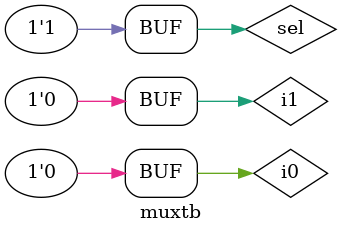
<source format=v>
module muxtb;
reg i0,i1,sel;
wire y;
mux h(.i0(i0),.i1(i1),.sel(sel),.y(y));
initial begin
$dumpfile("mux.vcd");
$dumpvars;
$monitor($time,"i0=%b,i1=%b,sel=%b,y=%b",i0,i1,sel,y);
i0=0; i1=0; sel=0;
#5i0=1; sel=0;
#5i1=1; sel=1;
#5i0=0; sel=0;
#5i1=0; sel=1;
end
endmodule


</source>
